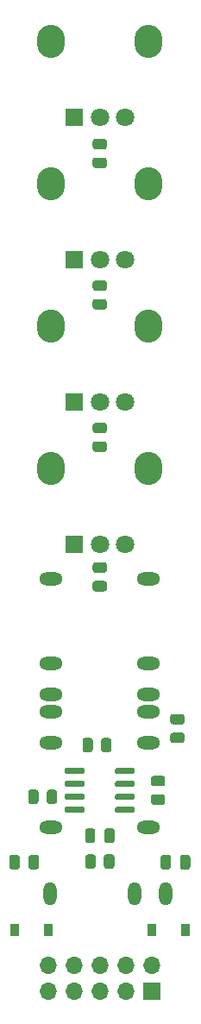
<source format=gbr>
G04 #@! TF.GenerationSoftware,KiCad,Pcbnew,(5.1.10)-1*
G04 #@! TF.CreationDate,2021-05-24T09:12:42+02:00*
G04 #@! TF.ProjectId,4CH Mixer,34434820-4d69-4786-9572-2e6b69636164,rev?*
G04 #@! TF.SameCoordinates,Original*
G04 #@! TF.FileFunction,Soldermask,Bot*
G04 #@! TF.FilePolarity,Negative*
%FSLAX46Y46*%
G04 Gerber Fmt 4.6, Leading zero omitted, Abs format (unit mm)*
G04 Created by KiCad (PCBNEW (5.1.10)-1) date 2021-05-24 09:12:42*
%MOMM*%
%LPD*%
G01*
G04 APERTURE LIST*
%ADD10R,0.900000X1.200000*%
%ADD11O,1.300000X2.300000*%
%ADD12O,2.300000X1.300000*%
%ADD13O,2.720000X3.240000*%
%ADD14C,1.800000*%
%ADD15R,1.800000X1.800000*%
%ADD16O,1.700000X1.700000*%
%ADD17R,1.700000X1.700000*%
G04 APERTURE END LIST*
D10*
G04 #@! TO.C,D2*
X1625000Y-93050000D03*
X4925000Y-93050000D03*
G04 #@! TD*
G04 #@! TO.C,D1*
X15075000Y-93050000D03*
X18375000Y-93050000D03*
G04 #@! TD*
G04 #@! TO.C,C3*
G36*
G01*
X2125000Y-85950000D02*
X2125000Y-86900000D01*
G75*
G02*
X1875000Y-87150000I-250000J0D01*
G01*
X1375000Y-87150000D01*
G75*
G02*
X1125000Y-86900000I0J250000D01*
G01*
X1125000Y-85950000D01*
G75*
G02*
X1375000Y-85700000I250000J0D01*
G01*
X1875000Y-85700000D01*
G75*
G02*
X2125000Y-85950000I0J-250000D01*
G01*
G37*
G36*
G01*
X4025000Y-85950000D02*
X4025000Y-86900000D01*
G75*
G02*
X3775000Y-87150000I-250000J0D01*
G01*
X3275000Y-87150000D01*
G75*
G02*
X3025000Y-86900000I0J250000D01*
G01*
X3025000Y-85950000D01*
G75*
G02*
X3275000Y-85700000I250000J0D01*
G01*
X3775000Y-85700000D01*
G75*
G02*
X4025000Y-85950000I0J-250000D01*
G01*
G37*
G04 #@! TD*
G04 #@! TO.C,C2*
G36*
G01*
X16975000Y-85950000D02*
X16975000Y-86900000D01*
G75*
G02*
X16725000Y-87150000I-250000J0D01*
G01*
X16225000Y-87150000D01*
G75*
G02*
X15975000Y-86900000I0J250000D01*
G01*
X15975000Y-85950000D01*
G75*
G02*
X16225000Y-85700000I250000J0D01*
G01*
X16725000Y-85700000D01*
G75*
G02*
X16975000Y-85950000I0J-250000D01*
G01*
G37*
G36*
G01*
X18875000Y-85950000D02*
X18875000Y-86900000D01*
G75*
G02*
X18625000Y-87150000I-250000J0D01*
G01*
X18125000Y-87150000D01*
G75*
G02*
X17875000Y-86900000I0J250000D01*
G01*
X17875000Y-85950000D01*
G75*
G02*
X18125000Y-85700000I250000J0D01*
G01*
X18625000Y-85700000D01*
G75*
G02*
X18875000Y-85950000I0J-250000D01*
G01*
G37*
G04 #@! TD*
D11*
G04 #@! TO.C,J6*
X5080000Y-89535000D03*
X13380000Y-89535000D03*
X16480000Y-89535000D03*
G04 #@! TD*
D12*
G04 #@! TO.C,J4*
X14762500Y-83025000D03*
X14762500Y-74725000D03*
X14762500Y-71625000D03*
G04 #@! TD*
G04 #@! TO.C,J3*
X5237500Y-83025000D03*
X5237500Y-74725000D03*
X5237500Y-71625000D03*
G04 #@! TD*
G04 #@! TO.C,J2*
X14762500Y-58580000D03*
X14762500Y-66880000D03*
X14762500Y-69980000D03*
G04 #@! TD*
G04 #@! TO.C,J1*
X5237500Y-58580000D03*
X5237500Y-66880000D03*
X5237500Y-69980000D03*
G04 #@! TD*
G04 #@! TO.C,IC1*
G36*
G01*
X11500000Y-81430000D02*
X11500000Y-81130000D01*
G75*
G02*
X11650000Y-80980000I150000J0D01*
G01*
X13300000Y-80980000D01*
G75*
G02*
X13450000Y-81130000I0J-150000D01*
G01*
X13450000Y-81430000D01*
G75*
G02*
X13300000Y-81580000I-150000J0D01*
G01*
X11650000Y-81580000D01*
G75*
G02*
X11500000Y-81430000I0J150000D01*
G01*
G37*
G36*
G01*
X11500000Y-80160000D02*
X11500000Y-79860000D01*
G75*
G02*
X11650000Y-79710000I150000J0D01*
G01*
X13300000Y-79710000D01*
G75*
G02*
X13450000Y-79860000I0J-150000D01*
G01*
X13450000Y-80160000D01*
G75*
G02*
X13300000Y-80310000I-150000J0D01*
G01*
X11650000Y-80310000D01*
G75*
G02*
X11500000Y-80160000I0J150000D01*
G01*
G37*
G36*
G01*
X11500000Y-78890000D02*
X11500000Y-78590000D01*
G75*
G02*
X11650000Y-78440000I150000J0D01*
G01*
X13300000Y-78440000D01*
G75*
G02*
X13450000Y-78590000I0J-150000D01*
G01*
X13450000Y-78890000D01*
G75*
G02*
X13300000Y-79040000I-150000J0D01*
G01*
X11650000Y-79040000D01*
G75*
G02*
X11500000Y-78890000I0J150000D01*
G01*
G37*
G36*
G01*
X11500000Y-77620000D02*
X11500000Y-77320000D01*
G75*
G02*
X11650000Y-77170000I150000J0D01*
G01*
X13300000Y-77170000D01*
G75*
G02*
X13450000Y-77320000I0J-150000D01*
G01*
X13450000Y-77620000D01*
G75*
G02*
X13300000Y-77770000I-150000J0D01*
G01*
X11650000Y-77770000D01*
G75*
G02*
X11500000Y-77620000I0J150000D01*
G01*
G37*
G36*
G01*
X6550000Y-77620000D02*
X6550000Y-77320000D01*
G75*
G02*
X6700000Y-77170000I150000J0D01*
G01*
X8350000Y-77170000D01*
G75*
G02*
X8500000Y-77320000I0J-150000D01*
G01*
X8500000Y-77620000D01*
G75*
G02*
X8350000Y-77770000I-150000J0D01*
G01*
X6700000Y-77770000D01*
G75*
G02*
X6550000Y-77620000I0J150000D01*
G01*
G37*
G36*
G01*
X6550000Y-78890000D02*
X6550000Y-78590000D01*
G75*
G02*
X6700000Y-78440000I150000J0D01*
G01*
X8350000Y-78440000D01*
G75*
G02*
X8500000Y-78590000I0J-150000D01*
G01*
X8500000Y-78890000D01*
G75*
G02*
X8350000Y-79040000I-150000J0D01*
G01*
X6700000Y-79040000D01*
G75*
G02*
X6550000Y-78890000I0J150000D01*
G01*
G37*
G36*
G01*
X6550000Y-80160000D02*
X6550000Y-79860000D01*
G75*
G02*
X6700000Y-79710000I150000J0D01*
G01*
X8350000Y-79710000D01*
G75*
G02*
X8500000Y-79860000I0J-150000D01*
G01*
X8500000Y-80160000D01*
G75*
G02*
X8350000Y-80310000I-150000J0D01*
G01*
X6700000Y-80310000D01*
G75*
G02*
X6550000Y-80160000I0J150000D01*
G01*
G37*
G36*
G01*
X6550000Y-81430000D02*
X6550000Y-81130000D01*
G75*
G02*
X6700000Y-80980000I150000J0D01*
G01*
X8350000Y-80980000D01*
G75*
G02*
X8500000Y-81130000I0J-150000D01*
G01*
X8500000Y-81430000D01*
G75*
G02*
X8350000Y-81580000I-150000J0D01*
G01*
X6700000Y-81580000D01*
G75*
G02*
X6550000Y-81430000I0J150000D01*
G01*
G37*
G04 #@! TD*
G04 #@! TO.C,R12*
G36*
G01*
X10400000Y-86810002D02*
X10400000Y-85909998D01*
G75*
G02*
X10649998Y-85660000I249998J0D01*
G01*
X11175002Y-85660000D01*
G75*
G02*
X11425000Y-85909998I0J-249998D01*
G01*
X11425000Y-86810002D01*
G75*
G02*
X11175002Y-87060000I-249998J0D01*
G01*
X10649998Y-87060000D01*
G75*
G02*
X10400000Y-86810002I0J249998D01*
G01*
G37*
G36*
G01*
X8575000Y-86810002D02*
X8575000Y-85909998D01*
G75*
G02*
X8824998Y-85660000I249998J0D01*
G01*
X9350002Y-85660000D01*
G75*
G02*
X9600000Y-85909998I0J-249998D01*
G01*
X9600000Y-86810002D01*
G75*
G02*
X9350002Y-87060000I-249998J0D01*
G01*
X8824998Y-87060000D01*
G75*
G02*
X8575000Y-86810002I0J249998D01*
G01*
G37*
G04 #@! TD*
G04 #@! TO.C,R11*
G36*
G01*
X16165002Y-78975000D02*
X15264998Y-78975000D01*
G75*
G02*
X15015000Y-78725002I0J249998D01*
G01*
X15015000Y-78199998D01*
G75*
G02*
X15264998Y-77950000I249998J0D01*
G01*
X16165002Y-77950000D01*
G75*
G02*
X16415000Y-78199998I0J-249998D01*
G01*
X16415000Y-78725002D01*
G75*
G02*
X16165002Y-78975000I-249998J0D01*
G01*
G37*
G36*
G01*
X16165002Y-80800000D02*
X15264998Y-80800000D01*
G75*
G02*
X15015000Y-80550002I0J249998D01*
G01*
X15015000Y-80024998D01*
G75*
G02*
X15264998Y-79775000I249998J0D01*
G01*
X16165002Y-79775000D01*
G75*
G02*
X16415000Y-80024998I0J-249998D01*
G01*
X16415000Y-80550002D01*
G75*
G02*
X16165002Y-80800000I-249998J0D01*
G01*
G37*
G04 #@! TD*
G04 #@! TO.C,R10*
G36*
G01*
X9322500Y-74479998D02*
X9322500Y-75380002D01*
G75*
G02*
X9072502Y-75630000I-249998J0D01*
G01*
X8547498Y-75630000D01*
G75*
G02*
X8297500Y-75380002I0J249998D01*
G01*
X8297500Y-74479998D01*
G75*
G02*
X8547498Y-74230000I249998J0D01*
G01*
X9072502Y-74230000D01*
G75*
G02*
X9322500Y-74479998I0J-249998D01*
G01*
G37*
G36*
G01*
X11147500Y-74479998D02*
X11147500Y-75380002D01*
G75*
G02*
X10897502Y-75630000I-249998J0D01*
G01*
X10372498Y-75630000D01*
G75*
G02*
X10122500Y-75380002I0J249998D01*
G01*
X10122500Y-74479998D01*
G75*
G02*
X10372498Y-74230000I249998J0D01*
G01*
X10897502Y-74230000D01*
G75*
G02*
X11147500Y-74479998I0J-249998D01*
G01*
G37*
G04 #@! TD*
G04 #@! TO.C,R9*
G36*
G01*
X4788500Y-80460002D02*
X4788500Y-79559998D01*
G75*
G02*
X5038498Y-79310000I249998J0D01*
G01*
X5563502Y-79310000D01*
G75*
G02*
X5813500Y-79559998I0J-249998D01*
G01*
X5813500Y-80460002D01*
G75*
G02*
X5563502Y-80710000I-249998J0D01*
G01*
X5038498Y-80710000D01*
G75*
G02*
X4788500Y-80460002I0J249998D01*
G01*
G37*
G36*
G01*
X2963500Y-80460002D02*
X2963500Y-79559998D01*
G75*
G02*
X3213498Y-79310000I249998J0D01*
G01*
X3738502Y-79310000D01*
G75*
G02*
X3988500Y-79559998I0J-249998D01*
G01*
X3988500Y-80460002D01*
G75*
G02*
X3738502Y-80710000I-249998J0D01*
G01*
X3213498Y-80710000D01*
G75*
G02*
X2963500Y-80460002I0J249998D01*
G01*
G37*
G04 #@! TD*
G04 #@! TO.C,R8*
G36*
G01*
X9549998Y-58820000D02*
X10450002Y-58820000D01*
G75*
G02*
X10700000Y-59069998I0J-249998D01*
G01*
X10700000Y-59595002D01*
G75*
G02*
X10450002Y-59845000I-249998J0D01*
G01*
X9549998Y-59845000D01*
G75*
G02*
X9300000Y-59595002I0J249998D01*
G01*
X9300000Y-59069998D01*
G75*
G02*
X9549998Y-58820000I249998J0D01*
G01*
G37*
G36*
G01*
X9549998Y-56995000D02*
X10450002Y-56995000D01*
G75*
G02*
X10700000Y-57244998I0J-249998D01*
G01*
X10700000Y-57770002D01*
G75*
G02*
X10450002Y-58020000I-249998J0D01*
G01*
X9549998Y-58020000D01*
G75*
G02*
X9300000Y-57770002I0J249998D01*
G01*
X9300000Y-57244998D01*
G75*
G02*
X9549998Y-56995000I249998J0D01*
G01*
G37*
G04 #@! TD*
G04 #@! TO.C,R7*
G36*
G01*
X9549998Y-45127500D02*
X10450002Y-45127500D01*
G75*
G02*
X10700000Y-45377498I0J-249998D01*
G01*
X10700000Y-45902502D01*
G75*
G02*
X10450002Y-46152500I-249998J0D01*
G01*
X9549998Y-46152500D01*
G75*
G02*
X9300000Y-45902502I0J249998D01*
G01*
X9300000Y-45377498D01*
G75*
G02*
X9549998Y-45127500I249998J0D01*
G01*
G37*
G36*
G01*
X9549998Y-43302500D02*
X10450002Y-43302500D01*
G75*
G02*
X10700000Y-43552498I0J-249998D01*
G01*
X10700000Y-44077502D01*
G75*
G02*
X10450002Y-44327500I-249998J0D01*
G01*
X9549998Y-44327500D01*
G75*
G02*
X9300000Y-44077502I0J249998D01*
G01*
X9300000Y-43552498D01*
G75*
G02*
X9549998Y-43302500I249998J0D01*
G01*
G37*
G04 #@! TD*
G04 #@! TO.C,R6*
G36*
G01*
X9549998Y-31157500D02*
X10450002Y-31157500D01*
G75*
G02*
X10700000Y-31407498I0J-249998D01*
G01*
X10700000Y-31932502D01*
G75*
G02*
X10450002Y-32182500I-249998J0D01*
G01*
X9549998Y-32182500D01*
G75*
G02*
X9300000Y-31932502I0J249998D01*
G01*
X9300000Y-31407498D01*
G75*
G02*
X9549998Y-31157500I249998J0D01*
G01*
G37*
G36*
G01*
X9549998Y-29332500D02*
X10450002Y-29332500D01*
G75*
G02*
X10700000Y-29582498I0J-249998D01*
G01*
X10700000Y-30107502D01*
G75*
G02*
X10450002Y-30357500I-249998J0D01*
G01*
X9549998Y-30357500D01*
G75*
G02*
X9300000Y-30107502I0J249998D01*
G01*
X9300000Y-29582498D01*
G75*
G02*
X9549998Y-29332500I249998J0D01*
G01*
G37*
G04 #@! TD*
G04 #@! TO.C,R5*
G36*
G01*
X9549998Y-17267500D02*
X10450002Y-17267500D01*
G75*
G02*
X10700000Y-17517498I0J-249998D01*
G01*
X10700000Y-18042502D01*
G75*
G02*
X10450002Y-18292500I-249998J0D01*
G01*
X9549998Y-18292500D01*
G75*
G02*
X9300000Y-18042502I0J249998D01*
G01*
X9300000Y-17517498D01*
G75*
G02*
X9549998Y-17267500I249998J0D01*
G01*
G37*
G36*
G01*
X9549998Y-15442500D02*
X10450002Y-15442500D01*
G75*
G02*
X10700000Y-15692498I0J-249998D01*
G01*
X10700000Y-16217502D01*
G75*
G02*
X10450002Y-16467500I-249998J0D01*
G01*
X9549998Y-16467500D01*
G75*
G02*
X9300000Y-16217502I0J249998D01*
G01*
X9300000Y-15692498D01*
G75*
G02*
X9549998Y-15442500I249998J0D01*
G01*
G37*
G04 #@! TD*
G04 #@! TO.C,R4*
G36*
G01*
X17169998Y-73702500D02*
X18070002Y-73702500D01*
G75*
G02*
X18320000Y-73952498I0J-249998D01*
G01*
X18320000Y-74477502D01*
G75*
G02*
X18070002Y-74727500I-249998J0D01*
G01*
X17169998Y-74727500D01*
G75*
G02*
X16920000Y-74477502I0J249998D01*
G01*
X16920000Y-73952498D01*
G75*
G02*
X17169998Y-73702500I249998J0D01*
G01*
G37*
G36*
G01*
X17169998Y-71877500D02*
X18070002Y-71877500D01*
G75*
G02*
X18320000Y-72127498I0J-249998D01*
G01*
X18320000Y-72652502D01*
G75*
G02*
X18070002Y-72902500I-249998J0D01*
G01*
X17169998Y-72902500D01*
G75*
G02*
X16920000Y-72652502I0J249998D01*
G01*
X16920000Y-72127498D01*
G75*
G02*
X17169998Y-71877500I249998J0D01*
G01*
G37*
G04 #@! TD*
D13*
G04 #@! TO.C,P4*
X5200000Y-47745000D03*
X14800000Y-47745000D03*
D14*
X12500000Y-55245000D03*
X10000000Y-55245000D03*
D15*
X7500000Y-55245000D03*
G04 #@! TD*
D13*
G04 #@! TO.C,P3*
X5200000Y-33775000D03*
X14800000Y-33775000D03*
D14*
X12500000Y-41275000D03*
X10000000Y-41275000D03*
D15*
X7500000Y-41275000D03*
G04 #@! TD*
D13*
G04 #@! TO.C,P2*
X5200000Y-19805000D03*
X14800000Y-19805000D03*
D14*
X12500000Y-27305000D03*
X10000000Y-27305000D03*
D15*
X7500000Y-27305000D03*
G04 #@! TD*
D13*
G04 #@! TO.C,P1*
X5200000Y-5835000D03*
X14800000Y-5835000D03*
D14*
X12500000Y-13335000D03*
X10000000Y-13335000D03*
D15*
X7500000Y-13335000D03*
G04 #@! TD*
D16*
G04 #@! TO.C,J5*
X4920000Y-96520000D03*
X4920000Y-99060000D03*
X7460000Y-96520000D03*
X7460000Y-99060000D03*
X10000000Y-96520000D03*
X10000000Y-99060000D03*
X12540000Y-96520000D03*
X12540000Y-99060000D03*
X15080000Y-96520000D03*
D17*
X15080000Y-99060000D03*
G04 #@! TD*
G04 #@! TO.C,C1*
G36*
G01*
X9550000Y-83345000D02*
X9550000Y-84295000D01*
G75*
G02*
X9300000Y-84545000I-250000J0D01*
G01*
X8800000Y-84545000D01*
G75*
G02*
X8550000Y-84295000I0J250000D01*
G01*
X8550000Y-83345000D01*
G75*
G02*
X8800000Y-83095000I250000J0D01*
G01*
X9300000Y-83095000D01*
G75*
G02*
X9550000Y-83345000I0J-250000D01*
G01*
G37*
G36*
G01*
X11450000Y-83345000D02*
X11450000Y-84295000D01*
G75*
G02*
X11200000Y-84545000I-250000J0D01*
G01*
X10700000Y-84545000D01*
G75*
G02*
X10450000Y-84295000I0J250000D01*
G01*
X10450000Y-83345000D01*
G75*
G02*
X10700000Y-83095000I250000J0D01*
G01*
X11200000Y-83095000D01*
G75*
G02*
X11450000Y-83345000I0J-250000D01*
G01*
G37*
G04 #@! TD*
M02*

</source>
